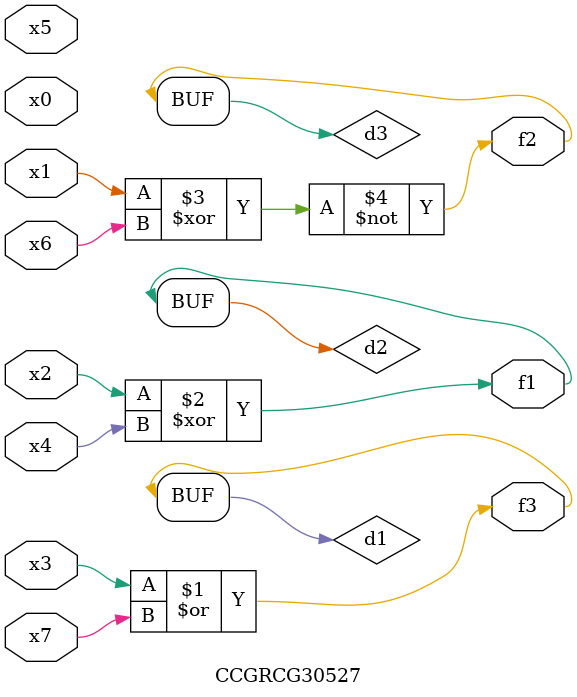
<source format=v>
module CCGRCG30527(
	input x0, x1, x2, x3, x4, x5, x6, x7,
	output f1, f2, f3
);

	wire d1, d2, d3;

	or (d1, x3, x7);
	xor (d2, x2, x4);
	xnor (d3, x1, x6);
	assign f1 = d2;
	assign f2 = d3;
	assign f3 = d1;
endmodule

</source>
